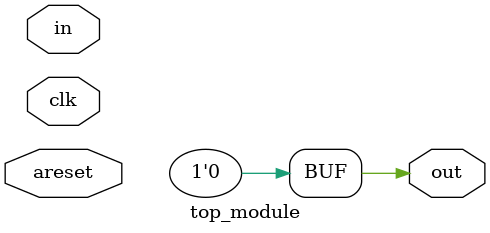
<source format=sv>
module top_module (
	input clk,
	input in,
	input areset,
	output out
);

reg [1:0] state;
reg out;

always @(posedge clk or posedge areset) begin
	if (areset) begin
		state <= 2'b00; // state A
		out <= 1'b0;
	end else begin
		case(state)
			2'b00: begin // state A
				if (in)
					state <= 2'b01; // state B
				else
					state <= 2'b00; // state A
				out <= 1'b0;
			end
			2'b01: begin // state B
				if (in)
					state <= 2'b01; // state B
				else
					state <= 2'b10; // state C
				out <= 1'b0;
			end
			2'b10: begin // state C
				if (in)
					state <= 2'b11; // state D
				else
					state <= 2'b00; // state A
				out <= 1'b0;
			end
			2'b11: begin // state D
				if (in)
					state <= 2'b10; // state C
				else
					state <= 2'b01; // state B
				out <= 1'b1;
			end
		endcase
	end
end

assign out = 1'b0;

endmodule

</source>
